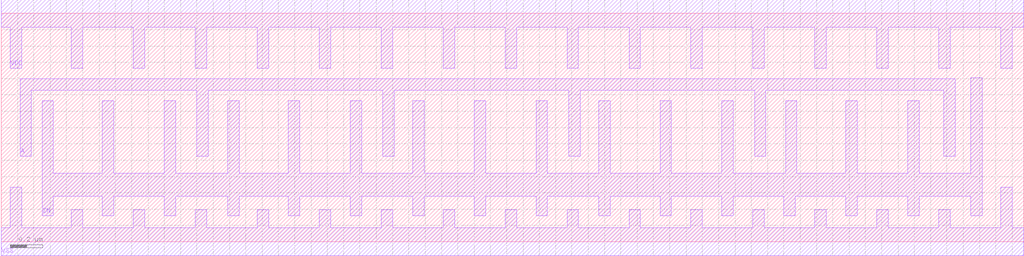
<source format=lef>
# 
# ******************************************************************************
# *                                                                            *
# *                   Copyright (C) 2004-2010, Nangate Inc.                    *
# *                           All rights reserved.                             *
# *                                                                            *
# * Nangate and the Nangate logo are trademarks of Nangate Inc.                *
# *                                                                            *
# * All trademarks, logos, software marks, and trade names (collectively the   *
# * "Marks") in this program are proprietary to Nangate or other respective    *
# * owners that have granted Nangate the right and license to use such Marks.  *
# * You are not permitted to use the Marks without the prior written consent   *
# * of Nangate or such third party that may own the Marks.                     *
# *                                                                            *
# * This file has been provided pursuant to a License Agreement containing     *
# * restrictions on its use. This file contains valuable trade secrets and     *
# * proprietary information of Nangate Inc., and is protected by U.S. and      *
# * international laws and/or treaties.                                        *
# *                                                                            *
# * The copyright notice(s) in this file does not indicate actual or intended  *
# * publication of this file.                                                  *
# *                                                                            *
# *     NGLibraryCreator, v2010.08-HR32-SP3-2010-08-05 - build 1009061800      *
# *                                                                            *
# ******************************************************************************
# 
# 
# Running on brazil06.nangate.com.br for user Giancarlo Franciscatto (gfr).
# Local time is now Fri, 3 Dec 2010, 19:32:18.
# Main process id is 27821.

VERSION 5.6 ;
BUSBITCHARS "[]" ;
DIVIDERCHAR "/" ;

MACRO INV_X32
  CLASS core ;
  FOREIGN INV_X32 0.0 0.0 ;
  ORIGIN 0 0 ;
  SYMMETRY X Y ;
  SITE FreePDK45_38x28_10R_NP_162NW_34O ;
  SIZE 6.27 BY 1.4 ;
  PIN A
    DIRECTION INPUT ;
    ANTENNAPARTIALMETALAREA 0.57155 LAYER metal1 ;
    ANTENNAPARTIALMETALSIDEAREA 2.1411 LAYER metal1 ;
    ANTENNAGATEAREA 1.672 ;
    PORT
      LAYER metal1 ;
        POLYGON 0.115 0.525 0.185 0.525 0.185 0.93 1.2 0.93 1.2 0.525 1.27 0.525 1.27 0.93 2.34 0.93 2.34 0.525 2.41 0.525 2.41 0.93 3.48 0.93 3.48 0.525 3.55 0.525 3.55 0.93 4.62 0.93 4.62 0.525 4.69 0.525 4.69 0.93 5.78 0.93 5.78 0.525 5.85 0.525 5.85 1 0.115 1  ;
    END
  END A
  PIN ZN
    DIRECTION OUTPUT ;
    ANTENNAPARTIALMETALAREA 1.4497 LAYER metal1 ;
    ANTENNAPARTIALMETALSIDEAREA 3.9221 LAYER metal1 ;
    ANTENNADIFFAREA 2.3408 ;
    PORT
      LAYER metal1 ;
        POLYGON 0.25 0.16 0.32 0.16 0.32 0.28 0.62 0.28 0.62 0.16 0.69 0.16 0.69 0.28 1 0.28 1 0.16 1.07 0.16 1.07 0.28 1.39 0.28 1.39 0.16 1.46 0.16 1.46 0.28 1.76 0.28 1.76 0.16 1.83 0.16 1.83 0.28 2.14 0.28 2.14 0.16 2.21 0.16 2.21 0.28 2.525 0.28 2.525 0.16 2.595 0.16 2.595 0.28 2.9 0.28 2.9 0.16 2.97 0.16 2.97 0.28 3.28 0.28 3.28 0.16 3.35 0.16 3.35 0.28 3.665 0.28 3.665 0.16 3.735 0.16 3.735 0.28 4.04 0.28 4.04 0.16 4.11 0.16 4.11 0.28 4.42 0.28 4.42 0.16 4.49 0.16 4.49 0.28 4.8 0.28 4.8 0.16 4.87 0.16 4.87 0.28 5.18 0.28 5.18 0.16 5.25 0.16 5.25 0.28 5.56 0.28 5.56 0.16 5.63 0.16 5.63 0.28 5.945 0.28 5.945 0.16 6.015 0.16 6.015 1.005 5.945 1.005 5.945 0.42 5.63 0.42 5.63 0.865 5.56 0.865 5.56 0.42 5.25 0.42 5.25 0.865 5.18 0.865 5.18 0.42 4.88 0.42 4.88 0.865 4.81 0.865 4.81 0.42 4.49 0.42 4.49 0.865 4.42 0.865 4.42 0.42 4.11 0.42 4.11 0.865 4.04 0.865 4.04 0.42 3.735 0.42 3.735 0.865 3.665 0.865 3.665 0.42 3.35 0.42 3.35 0.865 3.28 0.865 3.28 0.42 2.97 0.42 2.97 0.865 2.9 0.865 2.9 0.42 2.595 0.42 2.595 0.865 2.525 0.865 2.525 0.42 2.21 0.42 2.21 0.865 2.14 0.865 2.14 0.42 1.83 0.42 1.83 0.865 1.76 0.865 1.76 0.42 1.46 0.42 1.46 0.865 1.39 0.865 1.39 0.42 1.07 0.42 1.07 0.865 1 0.865 1 0.42 0.69 0.42 0.69 0.865 0.62 0.865 0.62 0.42 0.32 0.42 0.32 0.865 0.25 0.865  ;
    END
  END ZN
  PIN VDD
    DIRECTION INOUT ;
    USE power ;
    SHAPE ABUTMENT ;
    PORT
      LAYER metal1 ;
        POLYGON 0 1.315 0.055 1.315 0.055 1.065 0.125 1.065 0.125 1.315 0.43 1.315 0.43 1.065 0.5 1.065 0.5 1.315 0.81 1.315 0.81 1.065 0.88 1.065 0.88 1.315 1.19 1.315 1.19 1.065 1.26 1.065 1.26 1.315 1.57 1.315 1.57 1.065 1.64 1.065 1.64 1.315 1.95 1.315 1.95 1.065 2.02 1.065 2.02 1.315 2.33 1.315 2.33 1.065 2.4 1.065 2.4 1.315 2.71 1.315 2.71 1.065 2.78 1.065 2.78 1.315 3.09 1.315 3.09 1.065 3.16 1.065 3.16 1.315 3.47 1.315 3.47 1.065 3.54 1.065 3.54 1.315 3.85 1.315 3.85 1.065 3.92 1.065 3.92 1.315 4.23 1.315 4.23 1.065 4.3 1.065 4.3 1.315 4.61 1.315 4.61 1.065 4.68 1.065 4.68 1.315 4.99 1.315 4.99 1.065 5.06 1.065 5.06 1.315 5.37 1.315 5.37 1.065 5.44 1.065 5.44 1.315 5.75 1.315 5.75 1.065 5.82 1.065 5.82 1.315 6.13 1.315 6.13 1.065 6.2 1.065 6.2 1.315 6.27 1.315 6.27 1.485 0 1.485  ;
    END
  END VDD
  PIN VSS
    DIRECTION INOUT ;
    USE ground ;
    SHAPE ABUTMENT ;
    PORT
      LAYER metal1 ;
        POLYGON 0 -0.085 6.27 -0.085 6.27 0.085 6.2 0.085 6.2 0.335 6.13 0.335 6.13 0.085 5.82 0.085 5.82 0.195 5.75 0.195 5.75 0.085 5.44 0.085 5.44 0.195 5.37 0.195 5.37 0.085 5.06 0.085 5.06 0.195 4.99 0.195 4.99 0.085 4.68 0.085 4.68 0.195 4.61 0.195 4.61 0.085 4.3 0.085 4.3 0.195 4.23 0.195 4.23 0.085 3.92 0.085 3.92 0.195 3.85 0.195 3.85 0.085 3.54 0.085 3.54 0.195 3.47 0.195 3.47 0.085 3.16 0.085 3.16 0.195 3.09 0.195 3.09 0.085 2.78 0.085 2.78 0.195 2.71 0.195 2.71 0.085 2.4 0.085 2.4 0.195 2.33 0.195 2.33 0.085 2.02 0.085 2.02 0.195 1.95 0.195 1.95 0.085 1.64 0.085 1.64 0.195 1.57 0.195 1.57 0.085 1.26 0.085 1.26 0.195 1.19 0.195 1.19 0.085 0.88 0.085 0.88 0.195 0.81 0.195 0.81 0.085 0.5 0.085 0.5 0.195 0.43 0.195 0.43 0.085 0.125 0.085 0.125 0.335 0.055 0.335 0.055 0.085 0 0.085  ;
    END
  END VSS
END INV_X32

END LIBRARY
#
# End of file
#

</source>
